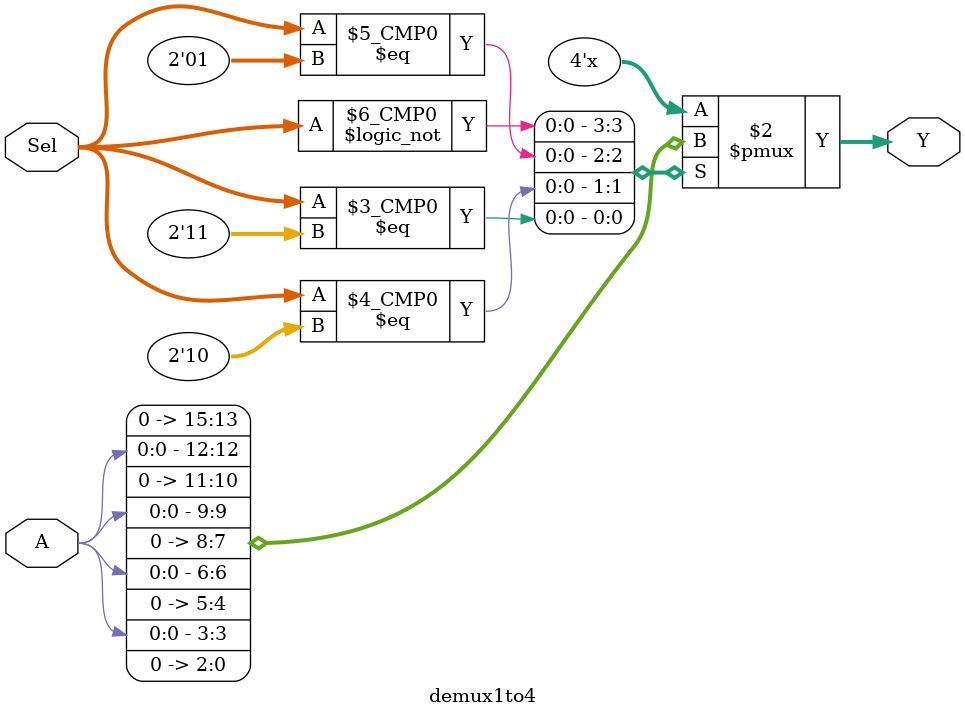
<source format=v>
module demux1to4(
	input						 A,
	input [1:0]      Sel,
  output reg [3:0] Y
);

  always @(*)
    case (Sel)
      2'b00   : Y <= {3'b0, A};
      2'b01   : Y <= {2'b0, A, 1'b0};
      2'b10   : Y <= {1'b0, A, 2'b0};
      2'b11   : Y <= {A, 3'b0};
      default : Y <= 4'b0000;
    endcase

endmodule

//zadania:
//1 wykorzystujac pomysl z 4_dekoder.v zrealizowac demultiplekser 1->4
/*
      +------+
      |     /|
      |    / |____
      |   /  |
      |  /   |
      | /    |____
______|/     |
      |\     |
      | \    |____
      |  \   |
      |   \  |
      |    \ |____
      |     \|
      +-+-+--+
        | |
        | |
*/
//2 wykorzystujac pomysl z 4_dekoder.v mozna zbudowac koder, transkoder

</source>
